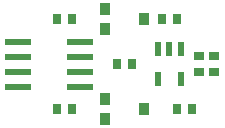
<source format=gbr>
G04 EAGLE Gerber RS-274X export*
G75*
%MOMM*%
%FSLAX34Y34*%
%LPD*%
%INSolderpaste Top*%
%IPPOS*%
%AMOC8*
5,1,8,0,0,1.08239X$1,22.5*%
G01*
%ADD10R,2.209800X0.609600*%
%ADD11R,0.550000X1.200000*%
%ADD12R,0.900000X1.000000*%
%ADD13R,0.900000X1.100000*%
%ADD14R,0.900000X0.700000*%
%ADD15R,0.700000X0.900000*%


D10*
X75438Y95250D03*
X75438Y82550D03*
X75438Y69850D03*
X75438Y57150D03*
X127762Y57150D03*
X127762Y69850D03*
X127762Y82550D03*
X127762Y95250D03*
D11*
X212700Y89201D03*
X203200Y89201D03*
X193700Y89201D03*
X193700Y63199D03*
X212700Y63199D03*
D12*
X148600Y46600D03*
X148600Y29600D03*
D13*
X181600Y38100D03*
D12*
X148600Y122800D03*
X148600Y105800D03*
D13*
X181600Y114300D03*
D14*
X228600Y82700D03*
X228600Y69700D03*
D15*
X171600Y76200D03*
X158600Y76200D03*
D14*
X241300Y82700D03*
X241300Y69700D03*
D15*
X196700Y114300D03*
X209700Y114300D03*
X222400Y38100D03*
X209400Y38100D03*
X107800Y114300D03*
X120800Y114300D03*
X107800Y38100D03*
X120800Y38100D03*
M02*

</source>
